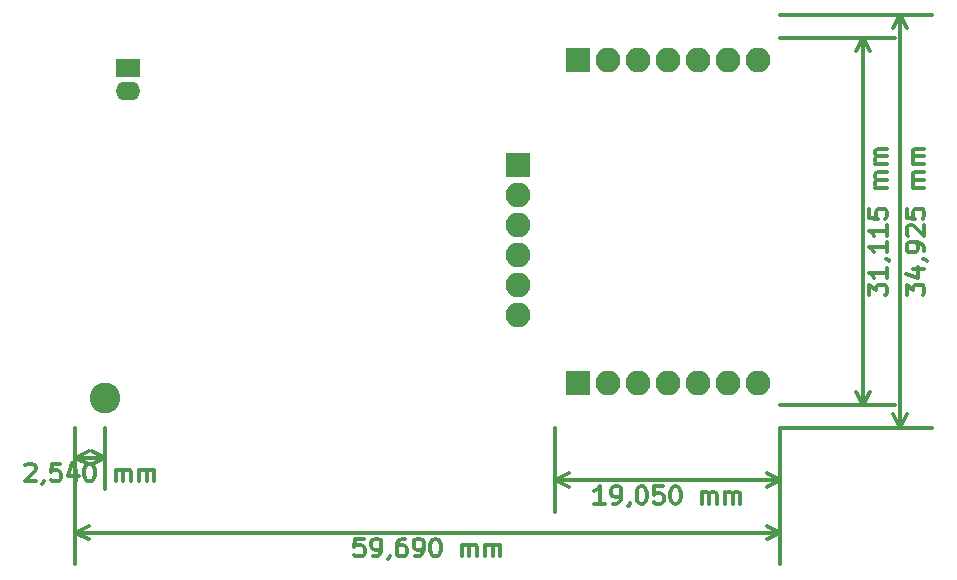
<source format=gbs>
G04 #@! TF.FileFunction,Soldermask,Bot*
%FSLAX46Y46*%
G04 Gerber Fmt 4.6, Leading zero omitted, Abs format (unit mm)*
G04 Created by KiCad (PCBNEW 4.0.7-e1-6374~58~ubuntu16.04.1) date Wed Aug  2 10:41:50 2017*
%MOMM*%
%LPD*%
G01*
G04 APERTURE LIST*
%ADD10C,0.100000*%
%ADD11C,0.300000*%
%ADD12C,2.600000*%
%ADD13R,2.100000X1.600000*%
%ADD14O,2.100000X1.600000*%
%ADD15R,2.100000X2.100000*%
%ADD16O,2.100000X2.100000*%
G04 APERTURE END LIST*
D10*
D11*
X104355001Y-147991429D02*
X104426430Y-147920000D01*
X104569287Y-147848571D01*
X104926430Y-147848571D01*
X105069287Y-147920000D01*
X105140716Y-147991429D01*
X105212144Y-148134286D01*
X105212144Y-148277143D01*
X105140716Y-148491429D01*
X104283573Y-149348571D01*
X105212144Y-149348571D01*
X105926429Y-149277143D02*
X105926429Y-149348571D01*
X105855001Y-149491429D01*
X105783572Y-149562857D01*
X107283573Y-147848571D02*
X106569287Y-147848571D01*
X106497858Y-148562857D01*
X106569287Y-148491429D01*
X106712144Y-148420000D01*
X107069287Y-148420000D01*
X107212144Y-148491429D01*
X107283573Y-148562857D01*
X107355001Y-148705714D01*
X107355001Y-149062857D01*
X107283573Y-149205714D01*
X107212144Y-149277143D01*
X107069287Y-149348571D01*
X106712144Y-149348571D01*
X106569287Y-149277143D01*
X106497858Y-149205714D01*
X108640715Y-148348571D02*
X108640715Y-149348571D01*
X108283572Y-147777143D02*
X107926429Y-148848571D01*
X108855001Y-148848571D01*
X109712143Y-147848571D02*
X109855000Y-147848571D01*
X109997857Y-147920000D01*
X110069286Y-147991429D01*
X110140715Y-148134286D01*
X110212143Y-148420000D01*
X110212143Y-148777143D01*
X110140715Y-149062857D01*
X110069286Y-149205714D01*
X109997857Y-149277143D01*
X109855000Y-149348571D01*
X109712143Y-149348571D01*
X109569286Y-149277143D01*
X109497857Y-149205714D01*
X109426429Y-149062857D01*
X109355000Y-148777143D01*
X109355000Y-148420000D01*
X109426429Y-148134286D01*
X109497857Y-147991429D01*
X109569286Y-147920000D01*
X109712143Y-147848571D01*
X111997857Y-149348571D02*
X111997857Y-148348571D01*
X111997857Y-148491429D02*
X112069285Y-148420000D01*
X112212143Y-148348571D01*
X112426428Y-148348571D01*
X112569285Y-148420000D01*
X112640714Y-148562857D01*
X112640714Y-149348571D01*
X112640714Y-148562857D02*
X112712143Y-148420000D01*
X112855000Y-148348571D01*
X113069285Y-148348571D01*
X113212143Y-148420000D01*
X113283571Y-148562857D01*
X113283571Y-149348571D01*
X113997857Y-149348571D02*
X113997857Y-148348571D01*
X113997857Y-148491429D02*
X114069285Y-148420000D01*
X114212143Y-148348571D01*
X114426428Y-148348571D01*
X114569285Y-148420000D01*
X114640714Y-148562857D01*
X114640714Y-149348571D01*
X114640714Y-148562857D02*
X114712143Y-148420000D01*
X114855000Y-148348571D01*
X115069285Y-148348571D01*
X115212143Y-148420000D01*
X115283571Y-148562857D01*
X115283571Y-149348571D01*
X111125000Y-147320000D02*
X108585000Y-147320000D01*
X111125000Y-144780000D02*
X111125000Y-150020000D01*
X108585000Y-144780000D02*
X108585000Y-150020000D01*
X108585000Y-147320000D02*
X109711504Y-146733579D01*
X108585000Y-147320000D02*
X109711504Y-147906421D01*
X111125000Y-147320000D02*
X109998496Y-146733579D01*
X111125000Y-147320000D02*
X109998496Y-147906421D01*
X153392858Y-151253571D02*
X152535715Y-151253571D01*
X152964287Y-151253571D02*
X152964287Y-149753571D01*
X152821430Y-149967857D01*
X152678572Y-150110714D01*
X152535715Y-150182143D01*
X154107143Y-151253571D02*
X154392858Y-151253571D01*
X154535715Y-151182143D01*
X154607143Y-151110714D01*
X154750001Y-150896429D01*
X154821429Y-150610714D01*
X154821429Y-150039286D01*
X154750001Y-149896429D01*
X154678572Y-149825000D01*
X154535715Y-149753571D01*
X154250001Y-149753571D01*
X154107143Y-149825000D01*
X154035715Y-149896429D01*
X153964286Y-150039286D01*
X153964286Y-150396429D01*
X154035715Y-150539286D01*
X154107143Y-150610714D01*
X154250001Y-150682143D01*
X154535715Y-150682143D01*
X154678572Y-150610714D01*
X154750001Y-150539286D01*
X154821429Y-150396429D01*
X155535714Y-151182143D02*
X155535714Y-151253571D01*
X155464286Y-151396429D01*
X155392857Y-151467857D01*
X156464286Y-149753571D02*
X156607143Y-149753571D01*
X156750000Y-149825000D01*
X156821429Y-149896429D01*
X156892858Y-150039286D01*
X156964286Y-150325000D01*
X156964286Y-150682143D01*
X156892858Y-150967857D01*
X156821429Y-151110714D01*
X156750000Y-151182143D01*
X156607143Y-151253571D01*
X156464286Y-151253571D01*
X156321429Y-151182143D01*
X156250000Y-151110714D01*
X156178572Y-150967857D01*
X156107143Y-150682143D01*
X156107143Y-150325000D01*
X156178572Y-150039286D01*
X156250000Y-149896429D01*
X156321429Y-149825000D01*
X156464286Y-149753571D01*
X158321429Y-149753571D02*
X157607143Y-149753571D01*
X157535714Y-150467857D01*
X157607143Y-150396429D01*
X157750000Y-150325000D01*
X158107143Y-150325000D01*
X158250000Y-150396429D01*
X158321429Y-150467857D01*
X158392857Y-150610714D01*
X158392857Y-150967857D01*
X158321429Y-151110714D01*
X158250000Y-151182143D01*
X158107143Y-151253571D01*
X157750000Y-151253571D01*
X157607143Y-151182143D01*
X157535714Y-151110714D01*
X159321428Y-149753571D02*
X159464285Y-149753571D01*
X159607142Y-149825000D01*
X159678571Y-149896429D01*
X159750000Y-150039286D01*
X159821428Y-150325000D01*
X159821428Y-150682143D01*
X159750000Y-150967857D01*
X159678571Y-151110714D01*
X159607142Y-151182143D01*
X159464285Y-151253571D01*
X159321428Y-151253571D01*
X159178571Y-151182143D01*
X159107142Y-151110714D01*
X159035714Y-150967857D01*
X158964285Y-150682143D01*
X158964285Y-150325000D01*
X159035714Y-150039286D01*
X159107142Y-149896429D01*
X159178571Y-149825000D01*
X159321428Y-149753571D01*
X161607142Y-151253571D02*
X161607142Y-150253571D01*
X161607142Y-150396429D02*
X161678570Y-150325000D01*
X161821428Y-150253571D01*
X162035713Y-150253571D01*
X162178570Y-150325000D01*
X162249999Y-150467857D01*
X162249999Y-151253571D01*
X162249999Y-150467857D02*
X162321428Y-150325000D01*
X162464285Y-150253571D01*
X162678570Y-150253571D01*
X162821428Y-150325000D01*
X162892856Y-150467857D01*
X162892856Y-151253571D01*
X163607142Y-151253571D02*
X163607142Y-150253571D01*
X163607142Y-150396429D02*
X163678570Y-150325000D01*
X163821428Y-150253571D01*
X164035713Y-150253571D01*
X164178570Y-150325000D01*
X164249999Y-150467857D01*
X164249999Y-151253571D01*
X164249999Y-150467857D02*
X164321428Y-150325000D01*
X164464285Y-150253571D01*
X164678570Y-150253571D01*
X164821428Y-150325000D01*
X164892856Y-150467857D01*
X164892856Y-151253571D01*
X149225000Y-149225000D02*
X168275000Y-149225000D01*
X149225000Y-144780000D02*
X149225000Y-151925000D01*
X168275000Y-144780000D02*
X168275000Y-151925000D01*
X168275000Y-149225000D02*
X167148496Y-149811421D01*
X168275000Y-149225000D02*
X167148496Y-148638579D01*
X149225000Y-149225000D02*
X150351504Y-149811421D01*
X149225000Y-149225000D02*
X150351504Y-148638579D01*
X175788571Y-133603213D02*
X175788571Y-132674642D01*
X176360000Y-133174642D01*
X176360000Y-132960356D01*
X176431429Y-132817499D01*
X176502857Y-132746070D01*
X176645714Y-132674642D01*
X177002857Y-132674642D01*
X177145714Y-132746070D01*
X177217143Y-132817499D01*
X177288571Y-132960356D01*
X177288571Y-133388928D01*
X177217143Y-133531785D01*
X177145714Y-133603213D01*
X177288571Y-131246071D02*
X177288571Y-132103214D01*
X177288571Y-131674642D02*
X175788571Y-131674642D01*
X176002857Y-131817499D01*
X176145714Y-131960357D01*
X176217143Y-132103214D01*
X177217143Y-130531786D02*
X177288571Y-130531786D01*
X177431429Y-130603214D01*
X177502857Y-130674643D01*
X177288571Y-129103214D02*
X177288571Y-129960357D01*
X177288571Y-129531785D02*
X175788571Y-129531785D01*
X176002857Y-129674642D01*
X176145714Y-129817500D01*
X176217143Y-129960357D01*
X177288571Y-127674643D02*
X177288571Y-128531786D01*
X177288571Y-128103214D02*
X175788571Y-128103214D01*
X176002857Y-128246071D01*
X176145714Y-128388929D01*
X176217143Y-128531786D01*
X175788571Y-126317500D02*
X175788571Y-127031786D01*
X176502857Y-127103215D01*
X176431429Y-127031786D01*
X176360000Y-126888929D01*
X176360000Y-126531786D01*
X176431429Y-126388929D01*
X176502857Y-126317500D01*
X176645714Y-126246072D01*
X177002857Y-126246072D01*
X177145714Y-126317500D01*
X177217143Y-126388929D01*
X177288571Y-126531786D01*
X177288571Y-126888929D01*
X177217143Y-127031786D01*
X177145714Y-127103215D01*
X177288571Y-124460358D02*
X176288571Y-124460358D01*
X176431429Y-124460358D02*
X176360000Y-124388930D01*
X176288571Y-124246072D01*
X176288571Y-124031787D01*
X176360000Y-123888930D01*
X176502857Y-123817501D01*
X177288571Y-123817501D01*
X176502857Y-123817501D02*
X176360000Y-123746072D01*
X176288571Y-123603215D01*
X176288571Y-123388930D01*
X176360000Y-123246072D01*
X176502857Y-123174644D01*
X177288571Y-123174644D01*
X177288571Y-122460358D02*
X176288571Y-122460358D01*
X176431429Y-122460358D02*
X176360000Y-122388930D01*
X176288571Y-122246072D01*
X176288571Y-122031787D01*
X176360000Y-121888930D01*
X176502857Y-121817501D01*
X177288571Y-121817501D01*
X176502857Y-121817501D02*
X176360000Y-121746072D01*
X176288571Y-121603215D01*
X176288571Y-121388930D01*
X176360000Y-121246072D01*
X176502857Y-121174644D01*
X177288571Y-121174644D01*
X175260000Y-142875000D02*
X175260000Y-111760000D01*
X168275000Y-142875000D02*
X177960000Y-142875000D01*
X168275000Y-111760000D02*
X177960000Y-111760000D01*
X175260000Y-111760000D02*
X175846421Y-112886504D01*
X175260000Y-111760000D02*
X174673579Y-112886504D01*
X175260000Y-142875000D02*
X175846421Y-141748496D01*
X175260000Y-142875000D02*
X174673579Y-141748496D01*
X178963571Y-133603213D02*
X178963571Y-132674642D01*
X179535000Y-133174642D01*
X179535000Y-132960356D01*
X179606429Y-132817499D01*
X179677857Y-132746070D01*
X179820714Y-132674642D01*
X180177857Y-132674642D01*
X180320714Y-132746070D01*
X180392143Y-132817499D01*
X180463571Y-132960356D01*
X180463571Y-133388928D01*
X180392143Y-133531785D01*
X180320714Y-133603213D01*
X179463571Y-131388928D02*
X180463571Y-131388928D01*
X178892143Y-131746071D02*
X179963571Y-132103214D01*
X179963571Y-131174642D01*
X180392143Y-130531786D02*
X180463571Y-130531786D01*
X180606429Y-130603214D01*
X180677857Y-130674643D01*
X180463571Y-129817500D02*
X180463571Y-129531785D01*
X180392143Y-129388928D01*
X180320714Y-129317500D01*
X180106429Y-129174642D01*
X179820714Y-129103214D01*
X179249286Y-129103214D01*
X179106429Y-129174642D01*
X179035000Y-129246071D01*
X178963571Y-129388928D01*
X178963571Y-129674642D01*
X179035000Y-129817500D01*
X179106429Y-129888928D01*
X179249286Y-129960357D01*
X179606429Y-129960357D01*
X179749286Y-129888928D01*
X179820714Y-129817500D01*
X179892143Y-129674642D01*
X179892143Y-129388928D01*
X179820714Y-129246071D01*
X179749286Y-129174642D01*
X179606429Y-129103214D01*
X179106429Y-128531786D02*
X179035000Y-128460357D01*
X178963571Y-128317500D01*
X178963571Y-127960357D01*
X179035000Y-127817500D01*
X179106429Y-127746071D01*
X179249286Y-127674643D01*
X179392143Y-127674643D01*
X179606429Y-127746071D01*
X180463571Y-128603214D01*
X180463571Y-127674643D01*
X178963571Y-126317500D02*
X178963571Y-127031786D01*
X179677857Y-127103215D01*
X179606429Y-127031786D01*
X179535000Y-126888929D01*
X179535000Y-126531786D01*
X179606429Y-126388929D01*
X179677857Y-126317500D01*
X179820714Y-126246072D01*
X180177857Y-126246072D01*
X180320714Y-126317500D01*
X180392143Y-126388929D01*
X180463571Y-126531786D01*
X180463571Y-126888929D01*
X180392143Y-127031786D01*
X180320714Y-127103215D01*
X180463571Y-124460358D02*
X179463571Y-124460358D01*
X179606429Y-124460358D02*
X179535000Y-124388930D01*
X179463571Y-124246072D01*
X179463571Y-124031787D01*
X179535000Y-123888930D01*
X179677857Y-123817501D01*
X180463571Y-123817501D01*
X179677857Y-123817501D02*
X179535000Y-123746072D01*
X179463571Y-123603215D01*
X179463571Y-123388930D01*
X179535000Y-123246072D01*
X179677857Y-123174644D01*
X180463571Y-123174644D01*
X180463571Y-122460358D02*
X179463571Y-122460358D01*
X179606429Y-122460358D02*
X179535000Y-122388930D01*
X179463571Y-122246072D01*
X179463571Y-122031787D01*
X179535000Y-121888930D01*
X179677857Y-121817501D01*
X180463571Y-121817501D01*
X179677857Y-121817501D02*
X179535000Y-121746072D01*
X179463571Y-121603215D01*
X179463571Y-121388930D01*
X179535000Y-121246072D01*
X179677857Y-121174644D01*
X180463571Y-121174644D01*
X178435000Y-144780000D02*
X178435000Y-109855000D01*
X168275000Y-144780000D02*
X181135000Y-144780000D01*
X168275000Y-109855000D02*
X181135000Y-109855000D01*
X178435000Y-109855000D02*
X179021421Y-110981504D01*
X178435000Y-109855000D02*
X177848579Y-110981504D01*
X178435000Y-144780000D02*
X179021421Y-143653496D01*
X178435000Y-144780000D02*
X177848579Y-143653496D01*
X133001430Y-154198571D02*
X132287144Y-154198571D01*
X132215715Y-154912857D01*
X132287144Y-154841429D01*
X132430001Y-154770000D01*
X132787144Y-154770000D01*
X132930001Y-154841429D01*
X133001430Y-154912857D01*
X133072858Y-155055714D01*
X133072858Y-155412857D01*
X133001430Y-155555714D01*
X132930001Y-155627143D01*
X132787144Y-155698571D01*
X132430001Y-155698571D01*
X132287144Y-155627143D01*
X132215715Y-155555714D01*
X133787143Y-155698571D02*
X134072858Y-155698571D01*
X134215715Y-155627143D01*
X134287143Y-155555714D01*
X134430001Y-155341429D01*
X134501429Y-155055714D01*
X134501429Y-154484286D01*
X134430001Y-154341429D01*
X134358572Y-154270000D01*
X134215715Y-154198571D01*
X133930001Y-154198571D01*
X133787143Y-154270000D01*
X133715715Y-154341429D01*
X133644286Y-154484286D01*
X133644286Y-154841429D01*
X133715715Y-154984286D01*
X133787143Y-155055714D01*
X133930001Y-155127143D01*
X134215715Y-155127143D01*
X134358572Y-155055714D01*
X134430001Y-154984286D01*
X134501429Y-154841429D01*
X135215714Y-155627143D02*
X135215714Y-155698571D01*
X135144286Y-155841429D01*
X135072857Y-155912857D01*
X136501429Y-154198571D02*
X136215715Y-154198571D01*
X136072858Y-154270000D01*
X136001429Y-154341429D01*
X135858572Y-154555714D01*
X135787143Y-154841429D01*
X135787143Y-155412857D01*
X135858572Y-155555714D01*
X135930000Y-155627143D01*
X136072858Y-155698571D01*
X136358572Y-155698571D01*
X136501429Y-155627143D01*
X136572858Y-155555714D01*
X136644286Y-155412857D01*
X136644286Y-155055714D01*
X136572858Y-154912857D01*
X136501429Y-154841429D01*
X136358572Y-154770000D01*
X136072858Y-154770000D01*
X135930000Y-154841429D01*
X135858572Y-154912857D01*
X135787143Y-155055714D01*
X137358571Y-155698571D02*
X137644286Y-155698571D01*
X137787143Y-155627143D01*
X137858571Y-155555714D01*
X138001429Y-155341429D01*
X138072857Y-155055714D01*
X138072857Y-154484286D01*
X138001429Y-154341429D01*
X137930000Y-154270000D01*
X137787143Y-154198571D01*
X137501429Y-154198571D01*
X137358571Y-154270000D01*
X137287143Y-154341429D01*
X137215714Y-154484286D01*
X137215714Y-154841429D01*
X137287143Y-154984286D01*
X137358571Y-155055714D01*
X137501429Y-155127143D01*
X137787143Y-155127143D01*
X137930000Y-155055714D01*
X138001429Y-154984286D01*
X138072857Y-154841429D01*
X139001428Y-154198571D02*
X139144285Y-154198571D01*
X139287142Y-154270000D01*
X139358571Y-154341429D01*
X139430000Y-154484286D01*
X139501428Y-154770000D01*
X139501428Y-155127143D01*
X139430000Y-155412857D01*
X139358571Y-155555714D01*
X139287142Y-155627143D01*
X139144285Y-155698571D01*
X139001428Y-155698571D01*
X138858571Y-155627143D01*
X138787142Y-155555714D01*
X138715714Y-155412857D01*
X138644285Y-155127143D01*
X138644285Y-154770000D01*
X138715714Y-154484286D01*
X138787142Y-154341429D01*
X138858571Y-154270000D01*
X139001428Y-154198571D01*
X141287142Y-155698571D02*
X141287142Y-154698571D01*
X141287142Y-154841429D02*
X141358570Y-154770000D01*
X141501428Y-154698571D01*
X141715713Y-154698571D01*
X141858570Y-154770000D01*
X141929999Y-154912857D01*
X141929999Y-155698571D01*
X141929999Y-154912857D02*
X142001428Y-154770000D01*
X142144285Y-154698571D01*
X142358570Y-154698571D01*
X142501428Y-154770000D01*
X142572856Y-154912857D01*
X142572856Y-155698571D01*
X143287142Y-155698571D02*
X143287142Y-154698571D01*
X143287142Y-154841429D02*
X143358570Y-154770000D01*
X143501428Y-154698571D01*
X143715713Y-154698571D01*
X143858570Y-154770000D01*
X143929999Y-154912857D01*
X143929999Y-155698571D01*
X143929999Y-154912857D02*
X144001428Y-154770000D01*
X144144285Y-154698571D01*
X144358570Y-154698571D01*
X144501428Y-154770000D01*
X144572856Y-154912857D01*
X144572856Y-155698571D01*
X108585000Y-153670000D02*
X168275000Y-153670000D01*
X108585000Y-144780000D02*
X108585000Y-156370000D01*
X168275000Y-144780000D02*
X168275000Y-156370000D01*
X168275000Y-153670000D02*
X167148496Y-154256421D01*
X168275000Y-153670000D02*
X167148496Y-153083579D01*
X108585000Y-153670000D02*
X109711504Y-154256421D01*
X108585000Y-153670000D02*
X109711504Y-153083579D01*
D12*
X111125000Y-142240000D03*
D13*
X113030000Y-114300000D03*
D14*
X113030000Y-116300000D03*
D15*
X151130000Y-140970000D03*
D16*
X153670000Y-140970000D03*
X156210000Y-140970000D03*
X158750000Y-140970000D03*
X161290000Y-140970000D03*
X163830000Y-140970000D03*
X166370000Y-140970000D03*
D15*
X151130000Y-113665000D03*
D16*
X153670000Y-113665000D03*
X156210000Y-113665000D03*
X158750000Y-113665000D03*
X161290000Y-113665000D03*
X163830000Y-113665000D03*
X166370000Y-113665000D03*
D15*
X146050000Y-122555000D03*
D16*
X146050000Y-125095000D03*
X146050000Y-127635000D03*
X146050000Y-130175000D03*
X146050000Y-132715000D03*
X146050000Y-135255000D03*
M02*

</source>
